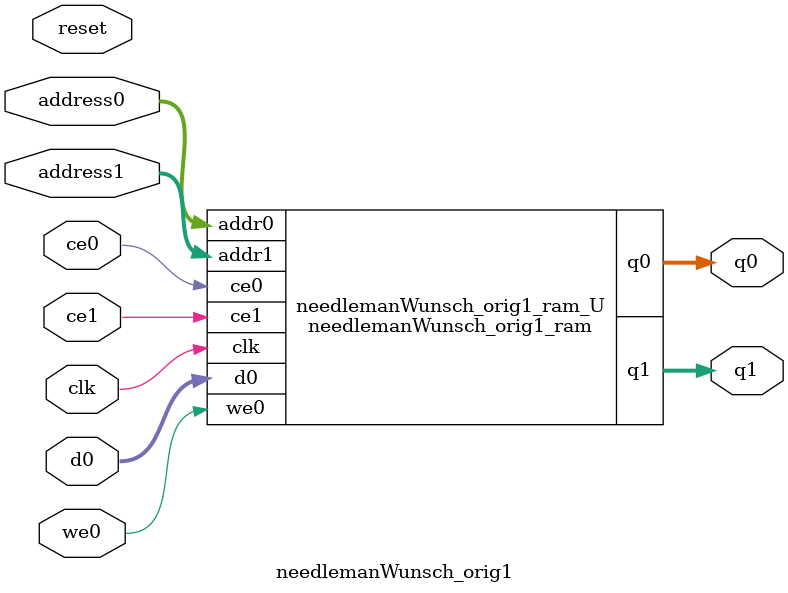
<source format=v>

`timescale 1 ns / 1 ps
module needlemanWunsch_orig1_ram (addr0, ce0, d0, we0, q0, addr1, ce1, q1,  clk);

parameter DWIDTH = 20;
parameter AWIDTH = 7;
parameter MEM_SIZE = 100;

input[AWIDTH-1:0] addr0;
input ce0;
input[DWIDTH-1:0] d0;
input we0;
output reg[DWIDTH-1:0] q0;
input[AWIDTH-1:0] addr1;
input ce1;
output reg[DWIDTH-1:0] q1;
input clk;

(* ram_style = "block" *)reg [DWIDTH-1:0] ram[MEM_SIZE-1:0];




always @(posedge clk)  
begin 
    if (ce0) 
    begin
        if (we0) 
        begin 
            ram[addr0] <= d0; 
            q0 <= d0;
        end 
        else 
            q0 <= ram[addr0];
    end
end


always @(posedge clk)  
begin 
    if (ce1) 
    begin
            q1 <= ram[addr1];
    end
end


endmodule


`timescale 1 ns / 1 ps
module needlemanWunsch_orig1(
    reset,
    clk,
    address0,
    ce0,
    we0,
    d0,
    q0,
    address1,
    ce1,
    q1);

parameter DataWidth = 32'd20;
parameter AddressRange = 32'd100;
parameter AddressWidth = 32'd7;
input reset;
input clk;
input[AddressWidth - 1:0] address0;
input ce0;
input we0;
input[DataWidth - 1:0] d0;
output[DataWidth - 1:0] q0;
input[AddressWidth - 1:0] address1;
input ce1;
output[DataWidth - 1:0] q1;



needlemanWunsch_orig1_ram needlemanWunsch_orig1_ram_U(
    .clk( clk ),
    .addr0( address0 ),
    .ce0( ce0 ),
    .d0( d0 ),
    .we0( we0 ),
    .q0( q0 ),
    .addr1( address1 ),
    .ce1( ce1 ),
    .q1( q1 ));

endmodule


</source>
